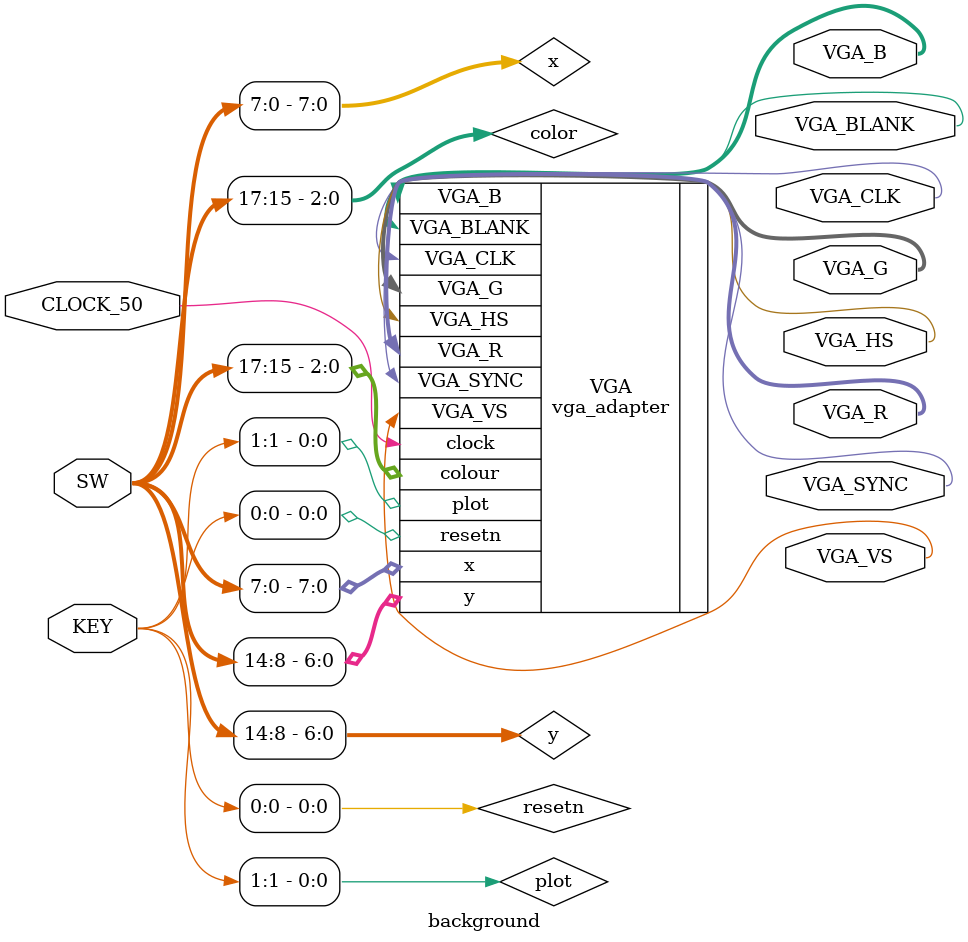
<source format=v>

module background
	(
		CLOCK_50,						//	On Board 50 MHz
		KEY,						
		SW,								//	Push Button[0:0]
		VGA_CLK,   						//	VGA Clock
		VGA_HS,							//	VGA H_SYNC
		VGA_VS,							//	VGA V_SYNC
		VGA_BLANK,						//	VGA BLANK
		VGA_SYNC,						//	VGA SYNC
		VGA_R,   						//	VGA Red[9:0]
		VGA_G,	 						//	VGA Green[9:0]
		VGA_B	  						//	VGA Blue[9:0]
	);

	input	CLOCK_50;				//	50 MHz
	input	[3:0] KEY;				//	Button[0:0]
	input	[17:0] SW;				//	Button[0:0]
	output	VGA_CLK;   				//	VGA Clock
	output	VGA_HS;					//	VGA H_SYNC
	output	VGA_VS;					//	VGA V_SYNC
	output	VGA_BLANK;				//	VGA BLANK
	output	VGA_SYNC;				//	VGA SYNC
	output	[9:0] VGA_R;   			//	VGA Red[9:0]
	output	[9:0] VGA_G;	 		//	VGA Green[9:0]
	output	[9:0] VGA_B;   			//	VGA Blue[9:0]
	
	wire resetn, plot;
	wire [2:0] color;
	wire [7:0] x;
	wire [6:0] y;

	assign resetn = KEY[0];

	// Further assignments go here...

	assign plot = KEY[1];
	assign x = SW[7:0];
	assign y = SW[14:8];
	assign color = SW[17:15];

	// Define the number of colours as well as the initial background
	// image file (.MIF) for the controller.
	vga_adapter VGA(
			.resetn(resetn),
			.clock(CLOCK_50),
			.colour(color),
			.x(x),
			.y(y),
			.plot(plot),
			/* Signals for the DAC to drive the monitor. */
			.VGA_R(VGA_R),
			.VGA_G(VGA_G),
			.VGA_B(VGA_B),
			.VGA_HS(VGA_HS),
			.VGA_VS(VGA_VS),
			.VGA_BLANK(VGA_BLANK),
			.VGA_SYNC(VGA_SYNC),
			.VGA_CLK(VGA_CLK));
		defparam VGA.RESOLUTION = "160x120";
		defparam VGA.MONOCHROME = "FALSE";
		defparam VGA.BITS_PER_COLOUR_CHANNEL = 1;
		defparam VGA.BACKGROUND_IMAGE = "<display.mif>";
		
endmodule

</source>
